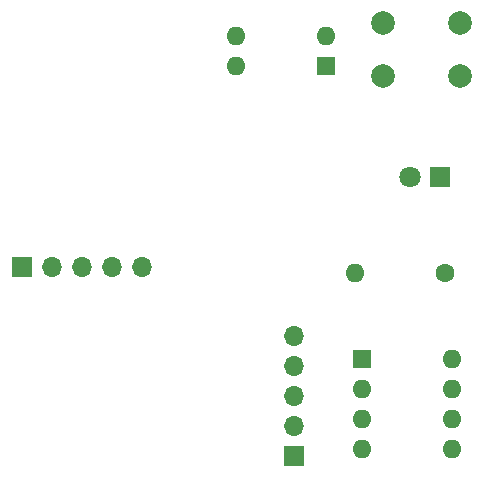
<source format=gbl>
%TF.GenerationSoftware,KiCad,Pcbnew,(5.1.8)-1*%
%TF.CreationDate,2021-01-31T12:31:16-05:00*%
%TF.ProjectId,test CNC,74657374-2043-44e4-932e-6b696361645f,rev?*%
%TF.SameCoordinates,Original*%
%TF.FileFunction,Copper,L2,Bot*%
%TF.FilePolarity,Positive*%
%FSLAX46Y46*%
G04 Gerber Fmt 4.6, Leading zero omitted, Abs format (unit mm)*
G04 Created by KiCad (PCBNEW (5.1.8)-1) date 2021-01-31 12:31:16*
%MOMM*%
%LPD*%
G01*
G04 APERTURE LIST*
%TA.AperFunction,ComponentPad*%
%ADD10R,1.800000X1.800000*%
%TD*%
%TA.AperFunction,ComponentPad*%
%ADD11C,1.800000*%
%TD*%
%TA.AperFunction,ComponentPad*%
%ADD12R,1.700000X1.700000*%
%TD*%
%TA.AperFunction,ComponentPad*%
%ADD13O,1.700000X1.700000*%
%TD*%
%TA.AperFunction,ComponentPad*%
%ADD14C,1.600000*%
%TD*%
%TA.AperFunction,ComponentPad*%
%ADD15O,1.600000X1.600000*%
%TD*%
%TA.AperFunction,ComponentPad*%
%ADD16C,2.000000*%
%TD*%
%TA.AperFunction,ComponentPad*%
%ADD17R,1.600000X1.600000*%
%TD*%
G04 APERTURE END LIST*
D10*
%TO.P,D1,1*%
%TO.N,Net-(D1-Pad1)*%
X149250400Y-61391800D03*
D11*
%TO.P,D1,2*%
%TO.N,Net-(D1-Pad2)*%
X146710400Y-61391800D03*
%TD*%
D12*
%TO.P,J1,1*%
%TO.N,Net-(J1-Pad1)*%
X113842800Y-68948300D03*
D13*
%TO.P,J1,2*%
%TO.N,Net-(J1-Pad2)*%
X116382800Y-68948300D03*
%TO.P,J1,3*%
%TO.N,Net-(J1-Pad3)*%
X118922800Y-68948300D03*
%TO.P,J1,4*%
%TO.N,Net-(J1-Pad4)*%
X121462800Y-68948300D03*
%TO.P,J1,5*%
%TO.N,Net-(J1-Pad5)*%
X124002800Y-68948300D03*
%TD*%
D12*
%TO.P,J2,1*%
%TO.N,Net-(J2-Pad1)*%
X136906000Y-84937600D03*
D13*
%TO.P,J2,2*%
%TO.N,Net-(J2-Pad2)*%
X136906000Y-82397600D03*
%TO.P,J2,3*%
%TO.N,Net-(J2-Pad3)*%
X136906000Y-79857600D03*
%TO.P,J2,4*%
%TO.N,Net-(J2-Pad4)*%
X136906000Y-77317600D03*
%TO.P,J2,5*%
%TO.N,Net-(J2-Pad5)*%
X136906000Y-74777600D03*
%TD*%
D14*
%TO.P,R1,1*%
%TO.N,Net-(D1-Pad1)*%
X149733000Y-69469000D03*
D15*
%TO.P,R1,2*%
%TO.N,GND*%
X142113000Y-69469000D03*
%TD*%
D16*
%TO.P,SW1,2*%
%TO.N,Net-(SW1-Pad2)*%
X144449800Y-52836200D03*
%TO.P,SW1,1*%
%TO.N,Net-(D1-Pad2)*%
X144449800Y-48336200D03*
%TO.P,SW1,2*%
%TO.N,Net-(SW1-Pad2)*%
X150949800Y-52836200D03*
%TO.P,SW1,1*%
%TO.N,Net-(D1-Pad2)*%
X150949800Y-48336200D03*
%TD*%
D17*
%TO.P,SW2,1*%
%TO.N,VCC*%
X139598400Y-51917600D03*
D15*
%TO.P,SW2,3*%
%TO.N,Net-(MOD1-Pad31)*%
X131978400Y-49377600D03*
%TO.P,SW2,2*%
%TO.N,VCC*%
X139598400Y-49377600D03*
%TO.P,SW2,4*%
%TO.N,Net-(MOD1-Pad30)*%
X131978400Y-51917600D03*
%TD*%
D17*
%TO.P,U1,1*%
%TO.N,Net-(U1-Pad1)*%
X142646400Y-76733400D03*
D15*
%TO.P,U1,5*%
%TO.N,Net-(U1-Pad5)*%
X150266400Y-84353400D03*
%TO.P,U1,2*%
%TO.N,Net-(J2-Pad4)*%
X142646400Y-79273400D03*
%TO.P,U1,6*%
%TO.N,Net-(U1-Pad6)*%
X150266400Y-81813400D03*
%TO.P,U1,3*%
%TO.N,Net-(J2-Pad5)*%
X142646400Y-81813400D03*
%TO.P,U1,7*%
%TO.N,Net-(U1-Pad7)*%
X150266400Y-79273400D03*
%TO.P,U1,4*%
%TO.N,Net-(U1-Pad4)*%
X142646400Y-84353400D03*
%TO.P,U1,8*%
%TO.N,Net-(U1-Pad8)*%
X150266400Y-76733400D03*
%TD*%
M02*

</source>
